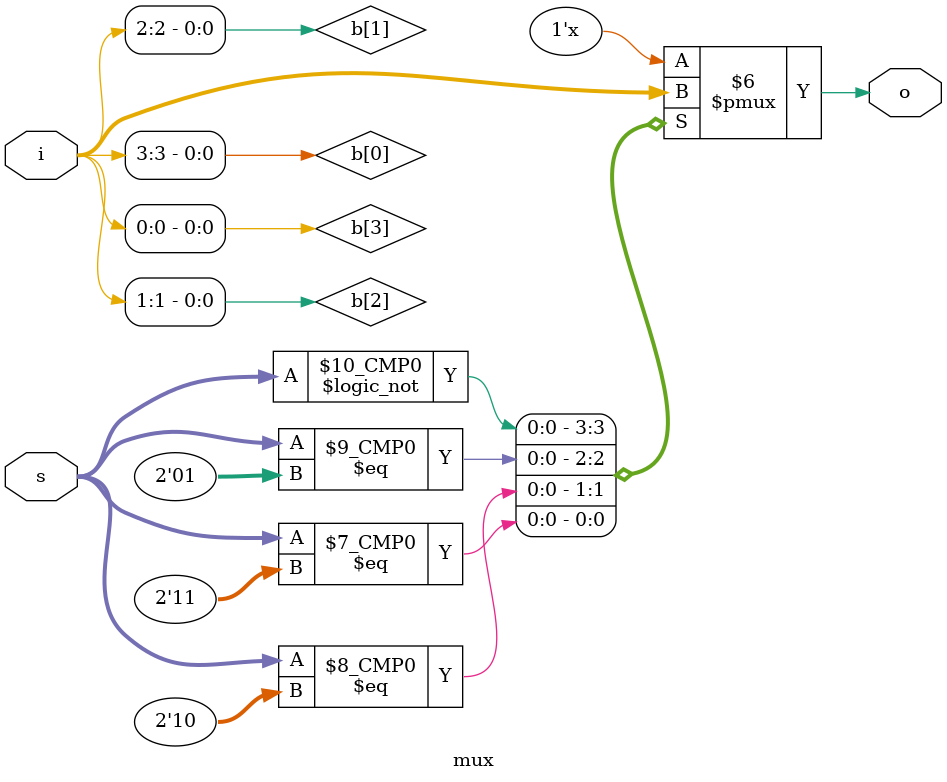
<source format=v>
module mux(i, s, o);
  parameter DW = 1;
  parameter CW = 2;
  localparam N = 2**CW;
  input [DW*N-1:0] i;
  input [CW-1:0] s;
  output [DW-1:0] o;
  
  wire [DW-1:0] b[0:N-1];
  
  genvar k;
  for(k = 0; k < N; k = k + 1)
    assign b[k] = i[DW*(N-k)-1:DW*(N-1-k)];
  
  assign o = b[s];
endmodule

</source>
